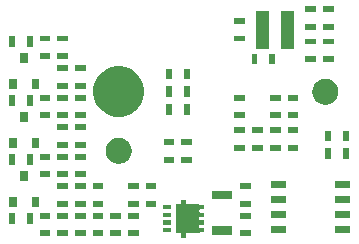
<source format=gbr>
G04 #@! TF.GenerationSoftware,KiCad,Pcbnew,(5.1.5)-3*
G04 #@! TF.CreationDate,2020-03-29T22:20:37+02:00*
G04 #@! TF.ProjectId,c3dpb,63336470-622e-46b6-9963-61645f706362,rev?*
G04 #@! TF.SameCoordinates,Original*
G04 #@! TF.FileFunction,Soldermask,Bot*
G04 #@! TF.FilePolarity,Negative*
%FSLAX46Y46*%
G04 Gerber Fmt 4.6, Leading zero omitted, Abs format (unit mm)*
G04 Created by KiCad (PCBNEW (5.1.5)-3) date 2020-03-29 22:20:37*
%MOMM*%
%LPD*%
G04 APERTURE LIST*
%ADD10C,0.100000*%
G04 APERTURE END LIST*
D10*
G36*
X85715000Y-94950001D02*
G01*
X85716441Y-94964633D01*
X85720709Y-94978702D01*
X85727640Y-94991668D01*
X85736967Y-95003033D01*
X85748332Y-95012360D01*
X85761298Y-95019291D01*
X85775367Y-95023559D01*
X85789999Y-95025000D01*
X86835000Y-95025000D01*
X86835000Y-95025001D01*
X86836441Y-95039633D01*
X86840709Y-95053702D01*
X86847640Y-95066668D01*
X86856967Y-95078033D01*
X86868332Y-95087360D01*
X86881298Y-95094291D01*
X86895367Y-95098559D01*
X86909999Y-95100000D01*
X87225000Y-95100000D01*
X87225000Y-95450000D01*
X86909999Y-95450000D01*
X86895367Y-95451441D01*
X86881298Y-95455709D01*
X86868332Y-95462640D01*
X86856967Y-95471967D01*
X86847640Y-95483332D01*
X86840709Y-95496298D01*
X86836441Y-95510367D01*
X86835000Y-95524999D01*
X86835000Y-95675001D01*
X86836441Y-95689633D01*
X86840709Y-95703702D01*
X86847640Y-95716668D01*
X86856967Y-95728033D01*
X86868332Y-95737360D01*
X86881298Y-95744291D01*
X86895367Y-95748559D01*
X86909999Y-95750000D01*
X87225000Y-95750000D01*
X87225000Y-96100000D01*
X86909999Y-96100000D01*
X86895367Y-96101441D01*
X86881298Y-96105709D01*
X86868332Y-96112640D01*
X86856967Y-96121967D01*
X86847640Y-96133332D01*
X86840709Y-96146298D01*
X86836441Y-96160367D01*
X86835000Y-96174999D01*
X86835000Y-96325001D01*
X86836441Y-96339633D01*
X86840709Y-96353702D01*
X86847640Y-96366668D01*
X86856967Y-96378033D01*
X86868332Y-96387360D01*
X86881298Y-96394291D01*
X86895367Y-96398559D01*
X86909999Y-96400000D01*
X87225000Y-96400000D01*
X87225000Y-96750000D01*
X86909999Y-96750000D01*
X86895367Y-96751441D01*
X86881298Y-96755709D01*
X86868332Y-96762640D01*
X86856967Y-96771967D01*
X86847640Y-96783332D01*
X86840709Y-96796298D01*
X86836441Y-96810367D01*
X86835000Y-96824999D01*
X86835000Y-96975001D01*
X86836441Y-96989633D01*
X86840709Y-97003702D01*
X86847640Y-97016668D01*
X86856967Y-97028033D01*
X86868332Y-97037360D01*
X86881298Y-97044291D01*
X86895367Y-97048559D01*
X86909999Y-97050000D01*
X87225000Y-97050000D01*
X87225000Y-97400000D01*
X86909999Y-97400000D01*
X86895367Y-97401441D01*
X86881298Y-97405709D01*
X86868332Y-97412640D01*
X86856967Y-97421967D01*
X86847640Y-97433332D01*
X86840709Y-97446298D01*
X86836441Y-97460367D01*
X86835000Y-97474999D01*
X86835000Y-97475000D01*
X85789999Y-97475000D01*
X85775367Y-97476441D01*
X85761298Y-97480709D01*
X85748332Y-97487640D01*
X85736967Y-97496967D01*
X85727640Y-97508332D01*
X85720709Y-97521298D01*
X85716441Y-97535367D01*
X85715000Y-97549999D01*
X85715000Y-97855000D01*
X85285000Y-97855000D01*
X85285000Y-97549999D01*
X85283559Y-97535367D01*
X85279291Y-97521298D01*
X85272360Y-97508332D01*
X85263033Y-97496967D01*
X85251668Y-97487640D01*
X85238702Y-97480709D01*
X85224633Y-97476441D01*
X85210001Y-97475000D01*
X84855000Y-97475000D01*
X84855000Y-95025000D01*
X85210001Y-95025000D01*
X85224633Y-95023559D01*
X85238702Y-95019291D01*
X85251668Y-95012360D01*
X85263033Y-95003033D01*
X85272360Y-94991668D01*
X85279291Y-94978702D01*
X85283559Y-94964633D01*
X85285000Y-94950001D01*
X85285000Y-94645000D01*
X85715000Y-94645000D01*
X85715000Y-94950001D01*
G37*
G36*
X78700000Y-97750000D02*
G01*
X77800000Y-97750000D01*
X77800000Y-97250000D01*
X78700000Y-97250000D01*
X78700000Y-97750000D01*
G37*
G36*
X75700000Y-97750000D02*
G01*
X74800000Y-97750000D01*
X74800000Y-97250000D01*
X75700000Y-97250000D01*
X75700000Y-97750000D01*
G37*
G36*
X80200000Y-97750000D02*
G01*
X79300000Y-97750000D01*
X79300000Y-97250000D01*
X80200000Y-97250000D01*
X80200000Y-97750000D01*
G37*
G36*
X91200000Y-97750000D02*
G01*
X90300000Y-97750000D01*
X90300000Y-97250000D01*
X91200000Y-97250000D01*
X91200000Y-97750000D01*
G37*
G36*
X77200000Y-97750000D02*
G01*
X76300000Y-97750000D01*
X76300000Y-97250000D01*
X77200000Y-97250000D01*
X77200000Y-97750000D01*
G37*
G36*
X81700000Y-97750000D02*
G01*
X80800000Y-97750000D01*
X80800000Y-97250000D01*
X81700000Y-97250000D01*
X81700000Y-97750000D01*
G37*
G36*
X74200000Y-97750000D02*
G01*
X73300000Y-97750000D01*
X73300000Y-97250000D01*
X74200000Y-97250000D01*
X74200000Y-97750000D01*
G37*
G36*
X89600000Y-97625000D02*
G01*
X87900000Y-97625000D01*
X87900000Y-96875000D01*
X89600000Y-96875000D01*
X89600000Y-97625000D01*
G37*
G36*
X99575000Y-97455000D02*
G01*
X98325000Y-97455000D01*
X98325000Y-96855000D01*
X99575000Y-96855000D01*
X99575000Y-97455000D01*
G37*
G36*
X94175000Y-97455000D02*
G01*
X92925000Y-97455000D01*
X92925000Y-96855000D01*
X94175000Y-96855000D01*
X94175000Y-97455000D01*
G37*
G36*
X84425000Y-97400000D02*
G01*
X83775000Y-97400000D01*
X83775000Y-97050000D01*
X84425000Y-97050000D01*
X84425000Y-97400000D01*
G37*
G36*
X84425000Y-96750000D02*
G01*
X83775000Y-96750000D01*
X83775000Y-96400000D01*
X84425000Y-96400000D01*
X84425000Y-96750000D01*
G37*
G36*
X72750000Y-96700000D02*
G01*
X72250000Y-96700000D01*
X72250000Y-95800000D01*
X72750000Y-95800000D01*
X72750000Y-96700000D01*
G37*
G36*
X71250000Y-96700000D02*
G01*
X70750000Y-96700000D01*
X70750000Y-95800000D01*
X71250000Y-95800000D01*
X71250000Y-96700000D01*
G37*
G36*
X91200000Y-96250000D02*
G01*
X90300000Y-96250000D01*
X90300000Y-95750000D01*
X91200000Y-95750000D01*
X91200000Y-96250000D01*
G37*
G36*
X81700000Y-96250000D02*
G01*
X80800000Y-96250000D01*
X80800000Y-95750000D01*
X81700000Y-95750000D01*
X81700000Y-96250000D01*
G37*
G36*
X74200000Y-96250000D02*
G01*
X73300000Y-96250000D01*
X73300000Y-95750000D01*
X74200000Y-95750000D01*
X74200000Y-96250000D01*
G37*
G36*
X78700000Y-96250000D02*
G01*
X77800000Y-96250000D01*
X77800000Y-95750000D01*
X78700000Y-95750000D01*
X78700000Y-96250000D01*
G37*
G36*
X80200000Y-96250000D02*
G01*
X79300000Y-96250000D01*
X79300000Y-95750000D01*
X80200000Y-95750000D01*
X80200000Y-96250000D01*
G37*
G36*
X77200000Y-96250000D02*
G01*
X76300000Y-96250000D01*
X76300000Y-95750000D01*
X77200000Y-95750000D01*
X77200000Y-96250000D01*
G37*
G36*
X75700000Y-96250000D02*
G01*
X74800000Y-96250000D01*
X74800000Y-95750000D01*
X75700000Y-95750000D01*
X75700000Y-96250000D01*
G37*
G36*
X99575000Y-96185000D02*
G01*
X98325000Y-96185000D01*
X98325000Y-95585000D01*
X99575000Y-95585000D01*
X99575000Y-96185000D01*
G37*
G36*
X94175000Y-96185000D02*
G01*
X92925000Y-96185000D01*
X92925000Y-95585000D01*
X94175000Y-95585000D01*
X94175000Y-96185000D01*
G37*
G36*
X84425000Y-96100000D02*
G01*
X83775000Y-96100000D01*
X83775000Y-95750000D01*
X84425000Y-95750000D01*
X84425000Y-96100000D01*
G37*
G36*
X84425000Y-95450000D02*
G01*
X83775000Y-95450000D01*
X83775000Y-95100000D01*
X84425000Y-95100000D01*
X84425000Y-95450000D01*
G37*
G36*
X73275000Y-95300000D02*
G01*
X72625000Y-95300000D01*
X72625000Y-94400000D01*
X73275000Y-94400000D01*
X73275000Y-95300000D01*
G37*
G36*
X71375000Y-95300000D02*
G01*
X70725000Y-95300000D01*
X70725000Y-94400000D01*
X71375000Y-94400000D01*
X71375000Y-95300000D01*
G37*
G36*
X75700000Y-95250000D02*
G01*
X74800000Y-95250000D01*
X74800000Y-94750000D01*
X75700000Y-94750000D01*
X75700000Y-95250000D01*
G37*
G36*
X77200000Y-95250000D02*
G01*
X76300000Y-95250000D01*
X76300000Y-94750000D01*
X77200000Y-94750000D01*
X77200000Y-95250000D01*
G37*
G36*
X78700000Y-95250000D02*
G01*
X77800000Y-95250000D01*
X77800000Y-94750000D01*
X78700000Y-94750000D01*
X78700000Y-95250000D01*
G37*
G36*
X81700000Y-95250000D02*
G01*
X80800000Y-95250000D01*
X80800000Y-94750000D01*
X81700000Y-94750000D01*
X81700000Y-95250000D01*
G37*
G36*
X91200000Y-95250000D02*
G01*
X90300000Y-95250000D01*
X90300000Y-94750000D01*
X91200000Y-94750000D01*
X91200000Y-95250000D01*
G37*
G36*
X83200000Y-95250000D02*
G01*
X82300000Y-95250000D01*
X82300000Y-94750000D01*
X83200000Y-94750000D01*
X83200000Y-95250000D01*
G37*
G36*
X99575000Y-94915000D02*
G01*
X98325000Y-94915000D01*
X98325000Y-94315000D01*
X99575000Y-94315000D01*
X99575000Y-94915000D01*
G37*
G36*
X94175000Y-94915000D02*
G01*
X92925000Y-94915000D01*
X92925000Y-94315000D01*
X94175000Y-94315000D01*
X94175000Y-94915000D01*
G37*
G36*
X89600000Y-94625000D02*
G01*
X87900000Y-94625000D01*
X87900000Y-93875000D01*
X89600000Y-93875000D01*
X89600000Y-94625000D01*
G37*
G36*
X81700000Y-93750000D02*
G01*
X80800000Y-93750000D01*
X80800000Y-93250000D01*
X81700000Y-93250000D01*
X81700000Y-93750000D01*
G37*
G36*
X91200000Y-93750000D02*
G01*
X90300000Y-93750000D01*
X90300000Y-93250000D01*
X91200000Y-93250000D01*
X91200000Y-93750000D01*
G37*
G36*
X83200000Y-93750000D02*
G01*
X82300000Y-93750000D01*
X82300000Y-93250000D01*
X83200000Y-93250000D01*
X83200000Y-93750000D01*
G37*
G36*
X77200000Y-93750000D02*
G01*
X76300000Y-93750000D01*
X76300000Y-93250000D01*
X77200000Y-93250000D01*
X77200000Y-93750000D01*
G37*
G36*
X78700000Y-93750000D02*
G01*
X77800000Y-93750000D01*
X77800000Y-93250000D01*
X78700000Y-93250000D01*
X78700000Y-93750000D01*
G37*
G36*
X75700000Y-93750000D02*
G01*
X74800000Y-93750000D01*
X74800000Y-93250000D01*
X75700000Y-93250000D01*
X75700000Y-93750000D01*
G37*
G36*
X99575000Y-93645000D02*
G01*
X98325000Y-93645000D01*
X98325000Y-93045000D01*
X99575000Y-93045000D01*
X99575000Y-93645000D01*
G37*
G36*
X94175000Y-93645000D02*
G01*
X92925000Y-93645000D01*
X92925000Y-93045000D01*
X94175000Y-93045000D01*
X94175000Y-93645000D01*
G37*
G36*
X72325000Y-93100000D02*
G01*
X71675000Y-93100000D01*
X71675000Y-92200000D01*
X72325000Y-92200000D01*
X72325000Y-93100000D01*
G37*
G36*
X77200000Y-92750000D02*
G01*
X76300000Y-92750000D01*
X76300000Y-92250000D01*
X77200000Y-92250000D01*
X77200000Y-92750000D01*
G37*
G36*
X74200000Y-92750000D02*
G01*
X73300000Y-92750000D01*
X73300000Y-92250000D01*
X74200000Y-92250000D01*
X74200000Y-92750000D01*
G37*
G36*
X75700000Y-92750000D02*
G01*
X74800000Y-92750000D01*
X74800000Y-92250000D01*
X75700000Y-92250000D01*
X75700000Y-92750000D01*
G37*
G36*
X72750000Y-91700000D02*
G01*
X72250000Y-91700000D01*
X72250000Y-90800000D01*
X72750000Y-90800000D01*
X72750000Y-91700000D01*
G37*
G36*
X71250000Y-91700000D02*
G01*
X70750000Y-91700000D01*
X70750000Y-90800000D01*
X71250000Y-90800000D01*
X71250000Y-91700000D01*
G37*
G36*
X80320858Y-89442273D02*
G01*
X80521048Y-89525194D01*
X80701209Y-89645574D01*
X80854426Y-89798791D01*
X80974806Y-89978952D01*
X80974807Y-89978955D01*
X81057727Y-90179142D01*
X81081768Y-90300000D01*
X81100000Y-90391661D01*
X81100000Y-90608339D01*
X81057727Y-90820858D01*
X80974806Y-91021048D01*
X80854426Y-91201209D01*
X80701209Y-91354426D01*
X80521048Y-91474806D01*
X80460224Y-91500000D01*
X80320858Y-91557727D01*
X80108341Y-91600000D01*
X79891659Y-91600000D01*
X79679142Y-91557727D01*
X79539776Y-91500000D01*
X79478952Y-91474806D01*
X79298791Y-91354426D01*
X79145574Y-91201209D01*
X79025194Y-91021048D01*
X78942273Y-90820858D01*
X78900000Y-90608339D01*
X78900000Y-90391661D01*
X78918233Y-90300000D01*
X78942273Y-90179142D01*
X79025193Y-89978955D01*
X79025194Y-89978952D01*
X79145574Y-89798791D01*
X79298791Y-89645574D01*
X79478952Y-89525194D01*
X79679142Y-89442273D01*
X79891659Y-89400000D01*
X80108341Y-89400000D01*
X80320858Y-89442273D01*
G37*
G36*
X86200000Y-91500000D02*
G01*
X85300000Y-91500000D01*
X85300000Y-91000000D01*
X86200000Y-91000000D01*
X86200000Y-91500000D01*
G37*
G36*
X84700000Y-91500000D02*
G01*
X83800000Y-91500000D01*
X83800000Y-91000000D01*
X84700000Y-91000000D01*
X84700000Y-91500000D01*
G37*
G36*
X75700000Y-91250000D02*
G01*
X74800000Y-91250000D01*
X74800000Y-90750000D01*
X75700000Y-90750000D01*
X75700000Y-91250000D01*
G37*
G36*
X77200000Y-91250000D02*
G01*
X76300000Y-91250000D01*
X76300000Y-90750000D01*
X77200000Y-90750000D01*
X77200000Y-91250000D01*
G37*
G36*
X74200000Y-91250000D02*
G01*
X73300000Y-91250000D01*
X73300000Y-90750000D01*
X74200000Y-90750000D01*
X74200000Y-91250000D01*
G37*
G36*
X98000000Y-91200000D02*
G01*
X97500000Y-91200000D01*
X97500000Y-90300000D01*
X98000000Y-90300000D01*
X98000000Y-91200000D01*
G37*
G36*
X99500000Y-91200000D02*
G01*
X99000000Y-91200000D01*
X99000000Y-90300000D01*
X99500000Y-90300000D01*
X99500000Y-91200000D01*
G37*
G36*
X93700000Y-90500000D02*
G01*
X92800000Y-90500000D01*
X92800000Y-90000000D01*
X93700000Y-90000000D01*
X93700000Y-90500000D01*
G37*
G36*
X95200000Y-90500000D02*
G01*
X94300000Y-90500000D01*
X94300000Y-90000000D01*
X95200000Y-90000000D01*
X95200000Y-90500000D01*
G37*
G36*
X90700000Y-90500000D02*
G01*
X89800000Y-90500000D01*
X89800000Y-90000000D01*
X90700000Y-90000000D01*
X90700000Y-90500000D01*
G37*
G36*
X92200000Y-90500000D02*
G01*
X91300000Y-90500000D01*
X91300000Y-90000000D01*
X92200000Y-90000000D01*
X92200000Y-90500000D01*
G37*
G36*
X73275000Y-90300000D02*
G01*
X72625000Y-90300000D01*
X72625000Y-89400000D01*
X73275000Y-89400000D01*
X73275000Y-90300000D01*
G37*
G36*
X71375000Y-90300000D02*
G01*
X70725000Y-90300000D01*
X70725000Y-89400000D01*
X71375000Y-89400000D01*
X71375000Y-90300000D01*
G37*
G36*
X77200000Y-90250000D02*
G01*
X76300000Y-90250000D01*
X76300000Y-89750000D01*
X77200000Y-89750000D01*
X77200000Y-90250000D01*
G37*
G36*
X75700000Y-90250000D02*
G01*
X74800000Y-90250000D01*
X74800000Y-89750000D01*
X75700000Y-89750000D01*
X75700000Y-90250000D01*
G37*
G36*
X86200000Y-90000000D02*
G01*
X85300000Y-90000000D01*
X85300000Y-89500000D01*
X86200000Y-89500000D01*
X86200000Y-90000000D01*
G37*
G36*
X84700000Y-90000000D02*
G01*
X83800000Y-90000000D01*
X83800000Y-89500000D01*
X84700000Y-89500000D01*
X84700000Y-90000000D01*
G37*
G36*
X98000000Y-89700000D02*
G01*
X97500000Y-89700000D01*
X97500000Y-88800000D01*
X98000000Y-88800000D01*
X98000000Y-89700000D01*
G37*
G36*
X99500000Y-89700000D02*
G01*
X99000000Y-89700000D01*
X99000000Y-88800000D01*
X99500000Y-88800000D01*
X99500000Y-89700000D01*
G37*
G36*
X93700000Y-89000000D02*
G01*
X92800000Y-89000000D01*
X92800000Y-88500000D01*
X93700000Y-88500000D01*
X93700000Y-89000000D01*
G37*
G36*
X90700000Y-89000000D02*
G01*
X89800000Y-89000000D01*
X89800000Y-88500000D01*
X90700000Y-88500000D01*
X90700000Y-89000000D01*
G37*
G36*
X92200000Y-89000000D02*
G01*
X91300000Y-89000000D01*
X91300000Y-88500000D01*
X92200000Y-88500000D01*
X92200000Y-89000000D01*
G37*
G36*
X95200000Y-89000000D02*
G01*
X94300000Y-89000000D01*
X94300000Y-88500000D01*
X95200000Y-88500000D01*
X95200000Y-89000000D01*
G37*
G36*
X77200000Y-88750000D02*
G01*
X76300000Y-88750000D01*
X76300000Y-88250000D01*
X77200000Y-88250000D01*
X77200000Y-88750000D01*
G37*
G36*
X75700000Y-88750000D02*
G01*
X74800000Y-88750000D01*
X74800000Y-88250000D01*
X75700000Y-88250000D01*
X75700000Y-88750000D01*
G37*
G36*
X72325000Y-88100000D02*
G01*
X71675000Y-88100000D01*
X71675000Y-87200000D01*
X72325000Y-87200000D01*
X72325000Y-88100000D01*
G37*
G36*
X95200000Y-87750000D02*
G01*
X94300000Y-87750000D01*
X94300000Y-87250000D01*
X95200000Y-87250000D01*
X95200000Y-87750000D01*
G37*
G36*
X74200000Y-87750000D02*
G01*
X73300000Y-87750000D01*
X73300000Y-87250000D01*
X74200000Y-87250000D01*
X74200000Y-87750000D01*
G37*
G36*
X75700000Y-87750000D02*
G01*
X74800000Y-87750000D01*
X74800000Y-87250000D01*
X75700000Y-87250000D01*
X75700000Y-87750000D01*
G37*
G36*
X77200000Y-87750000D02*
G01*
X76300000Y-87750000D01*
X76300000Y-87250000D01*
X77200000Y-87250000D01*
X77200000Y-87750000D01*
G37*
G36*
X90700000Y-87750000D02*
G01*
X89800000Y-87750000D01*
X89800000Y-87250000D01*
X90700000Y-87250000D01*
X90700000Y-87750000D01*
G37*
G36*
X93700000Y-87750000D02*
G01*
X92800000Y-87750000D01*
X92800000Y-87250000D01*
X93700000Y-87250000D01*
X93700000Y-87750000D01*
G37*
G36*
X80627132Y-83432623D02*
G01*
X81018409Y-83594695D01*
X81370545Y-83829985D01*
X81670015Y-84129455D01*
X81905305Y-84481591D01*
X81973229Y-84645575D01*
X82067377Y-84872868D01*
X82150000Y-85288243D01*
X82150000Y-85711757D01*
X82088479Y-86021045D01*
X82067377Y-86127132D01*
X81905305Y-86518409D01*
X81670015Y-86870545D01*
X81370545Y-87170015D01*
X81018409Y-87405305D01*
X80627132Y-87567377D01*
X80211757Y-87650000D01*
X79788243Y-87650000D01*
X79372868Y-87567377D01*
X78981591Y-87405305D01*
X78629455Y-87170015D01*
X78329985Y-86870545D01*
X78094695Y-86518409D01*
X77932623Y-86127132D01*
X77911521Y-86021045D01*
X77850000Y-85711757D01*
X77850000Y-85288243D01*
X77932623Y-84872868D01*
X78026771Y-84645575D01*
X78094695Y-84481591D01*
X78329985Y-84129455D01*
X78629455Y-83829985D01*
X78981591Y-83594695D01*
X79372868Y-83432623D01*
X79788243Y-83350000D01*
X80211757Y-83350000D01*
X80627132Y-83432623D01*
G37*
G36*
X84500000Y-87450000D02*
G01*
X84000000Y-87450000D01*
X84000000Y-86550000D01*
X84500000Y-86550000D01*
X84500000Y-87450000D01*
G37*
G36*
X86000000Y-87450000D02*
G01*
X85500000Y-87450000D01*
X85500000Y-86550000D01*
X86000000Y-86550000D01*
X86000000Y-87450000D01*
G37*
G36*
X72750000Y-86700000D02*
G01*
X72250000Y-86700000D01*
X72250000Y-85800000D01*
X72750000Y-85800000D01*
X72750000Y-86700000D01*
G37*
G36*
X71250000Y-86700000D02*
G01*
X70750000Y-86700000D01*
X70750000Y-85800000D01*
X71250000Y-85800000D01*
X71250000Y-86700000D01*
G37*
G36*
X97820858Y-84442273D02*
G01*
X98021048Y-84525194D01*
X98201209Y-84645574D01*
X98354426Y-84798791D01*
X98474806Y-84978952D01*
X98474807Y-84978955D01*
X98557727Y-85179142D01*
X98581768Y-85300000D01*
X98600000Y-85391661D01*
X98600000Y-85608339D01*
X98557727Y-85820858D01*
X98474806Y-86021048D01*
X98354426Y-86201209D01*
X98201209Y-86354426D01*
X98021048Y-86474806D01*
X97839513Y-86550000D01*
X97820858Y-86557727D01*
X97608341Y-86600000D01*
X97391659Y-86600000D01*
X97179142Y-86557727D01*
X97160487Y-86550000D01*
X96978952Y-86474806D01*
X96798791Y-86354426D01*
X96645574Y-86201209D01*
X96525194Y-86021048D01*
X96442273Y-85820858D01*
X96400000Y-85608339D01*
X96400000Y-85391661D01*
X96418233Y-85300000D01*
X96442273Y-85179142D01*
X96525193Y-84978955D01*
X96525194Y-84978952D01*
X96645574Y-84798791D01*
X96798791Y-84645574D01*
X96978952Y-84525194D01*
X97179142Y-84442273D01*
X97391659Y-84400000D01*
X97608341Y-84400000D01*
X97820858Y-84442273D01*
G37*
G36*
X74200000Y-86250000D02*
G01*
X73300000Y-86250000D01*
X73300000Y-85750000D01*
X74200000Y-85750000D01*
X74200000Y-86250000D01*
G37*
G36*
X75700000Y-86250000D02*
G01*
X74800000Y-86250000D01*
X74800000Y-85750000D01*
X75700000Y-85750000D01*
X75700000Y-86250000D01*
G37*
G36*
X77200000Y-86250000D02*
G01*
X76300000Y-86250000D01*
X76300000Y-85750000D01*
X77200000Y-85750000D01*
X77200000Y-86250000D01*
G37*
G36*
X93700000Y-86250000D02*
G01*
X92800000Y-86250000D01*
X92800000Y-85750000D01*
X93700000Y-85750000D01*
X93700000Y-86250000D01*
G37*
G36*
X95200000Y-86250000D02*
G01*
X94300000Y-86250000D01*
X94300000Y-85750000D01*
X95200000Y-85750000D01*
X95200000Y-86250000D01*
G37*
G36*
X90700000Y-86250000D02*
G01*
X89800000Y-86250000D01*
X89800000Y-85750000D01*
X90700000Y-85750000D01*
X90700000Y-86250000D01*
G37*
G36*
X84500000Y-85950000D02*
G01*
X84000000Y-85950000D01*
X84000000Y-85050000D01*
X84500000Y-85050000D01*
X84500000Y-85950000D01*
G37*
G36*
X86000000Y-85950000D02*
G01*
X85500000Y-85950000D01*
X85500000Y-85050000D01*
X86000000Y-85050000D01*
X86000000Y-85950000D01*
G37*
G36*
X71375000Y-85300000D02*
G01*
X70725000Y-85300000D01*
X70725000Y-84400000D01*
X71375000Y-84400000D01*
X71375000Y-85300000D01*
G37*
G36*
X73275000Y-85300000D02*
G01*
X72625000Y-85300000D01*
X72625000Y-84400000D01*
X73275000Y-84400000D01*
X73275000Y-85300000D01*
G37*
G36*
X77200000Y-85250000D02*
G01*
X76300000Y-85250000D01*
X76300000Y-84750000D01*
X77200000Y-84750000D01*
X77200000Y-85250000D01*
G37*
G36*
X75700000Y-85250000D02*
G01*
X74800000Y-85250000D01*
X74800000Y-84750000D01*
X75700000Y-84750000D01*
X75700000Y-85250000D01*
G37*
G36*
X86000000Y-84450000D02*
G01*
X85500000Y-84450000D01*
X85500000Y-83550000D01*
X86000000Y-83550000D01*
X86000000Y-84450000D01*
G37*
G36*
X84500000Y-84450000D02*
G01*
X84000000Y-84450000D01*
X84000000Y-83550000D01*
X84500000Y-83550000D01*
X84500000Y-84450000D01*
G37*
G36*
X75700000Y-83750000D02*
G01*
X74800000Y-83750000D01*
X74800000Y-83250000D01*
X75700000Y-83250000D01*
X75700000Y-83750000D01*
G37*
G36*
X77200000Y-83750000D02*
G01*
X76300000Y-83750000D01*
X76300000Y-83250000D01*
X77200000Y-83250000D01*
X77200000Y-83750000D01*
G37*
G36*
X93250000Y-83200000D02*
G01*
X92750000Y-83200000D01*
X92750000Y-82300000D01*
X93250000Y-82300000D01*
X93250000Y-83200000D01*
G37*
G36*
X91750000Y-83200000D02*
G01*
X91250000Y-83200000D01*
X91250000Y-82300000D01*
X91750000Y-82300000D01*
X91750000Y-83200000D01*
G37*
G36*
X72325000Y-83100000D02*
G01*
X71675000Y-83100000D01*
X71675000Y-82200000D01*
X72325000Y-82200000D01*
X72325000Y-83100000D01*
G37*
G36*
X98200000Y-83000000D02*
G01*
X97300000Y-83000000D01*
X97300000Y-82500000D01*
X98200000Y-82500000D01*
X98200000Y-83000000D01*
G37*
G36*
X96700000Y-83000000D02*
G01*
X95800000Y-83000000D01*
X95800000Y-82500000D01*
X96700000Y-82500000D01*
X96700000Y-83000000D01*
G37*
G36*
X74200000Y-82750000D02*
G01*
X73300000Y-82750000D01*
X73300000Y-82250000D01*
X74200000Y-82250000D01*
X74200000Y-82750000D01*
G37*
G36*
X75700000Y-82750000D02*
G01*
X74800000Y-82750000D01*
X74800000Y-82250000D01*
X75700000Y-82250000D01*
X75700000Y-82750000D01*
G37*
G36*
X92750000Y-81850000D02*
G01*
X91650000Y-81850000D01*
X91650000Y-78650000D01*
X92750000Y-78650000D01*
X92750000Y-81850000D01*
G37*
G36*
X94850000Y-81850000D02*
G01*
X93750000Y-81850000D01*
X93750000Y-78650000D01*
X94850000Y-78650000D01*
X94850000Y-81850000D01*
G37*
G36*
X71250000Y-81700000D02*
G01*
X70750000Y-81700000D01*
X70750000Y-80800000D01*
X71250000Y-80800000D01*
X71250000Y-81700000D01*
G37*
G36*
X72750000Y-81700000D02*
G01*
X72250000Y-81700000D01*
X72250000Y-80800000D01*
X72750000Y-80800000D01*
X72750000Y-81700000D01*
G37*
G36*
X96700000Y-81500000D02*
G01*
X95800000Y-81500000D01*
X95800000Y-81000000D01*
X96700000Y-81000000D01*
X96700000Y-81500000D01*
G37*
G36*
X98200000Y-81500000D02*
G01*
X97300000Y-81500000D01*
X97300000Y-81000000D01*
X98200000Y-81000000D01*
X98200000Y-81500000D01*
G37*
G36*
X74200000Y-81250000D02*
G01*
X73300000Y-81250000D01*
X73300000Y-80750000D01*
X74200000Y-80750000D01*
X74200000Y-81250000D01*
G37*
G36*
X75700000Y-81250000D02*
G01*
X74800000Y-81250000D01*
X74800000Y-80750000D01*
X75700000Y-80750000D01*
X75700000Y-81250000D01*
G37*
G36*
X90700000Y-81250000D02*
G01*
X89800000Y-81250000D01*
X89800000Y-80750000D01*
X90700000Y-80750000D01*
X90700000Y-81250000D01*
G37*
G36*
X98200000Y-80250000D02*
G01*
X97300000Y-80250000D01*
X97300000Y-79750000D01*
X98200000Y-79750000D01*
X98200000Y-80250000D01*
G37*
G36*
X96700000Y-80250000D02*
G01*
X95800000Y-80250000D01*
X95800000Y-79750000D01*
X96700000Y-79750000D01*
X96700000Y-80250000D01*
G37*
G36*
X90700000Y-79750000D02*
G01*
X89800000Y-79750000D01*
X89800000Y-79250000D01*
X90700000Y-79250000D01*
X90700000Y-79750000D01*
G37*
G36*
X98200000Y-78750000D02*
G01*
X97300000Y-78750000D01*
X97300000Y-78250000D01*
X98200000Y-78250000D01*
X98200000Y-78750000D01*
G37*
G36*
X96700000Y-78750000D02*
G01*
X95800000Y-78750000D01*
X95800000Y-78250000D01*
X96700000Y-78250000D01*
X96700000Y-78750000D01*
G37*
M02*

</source>
